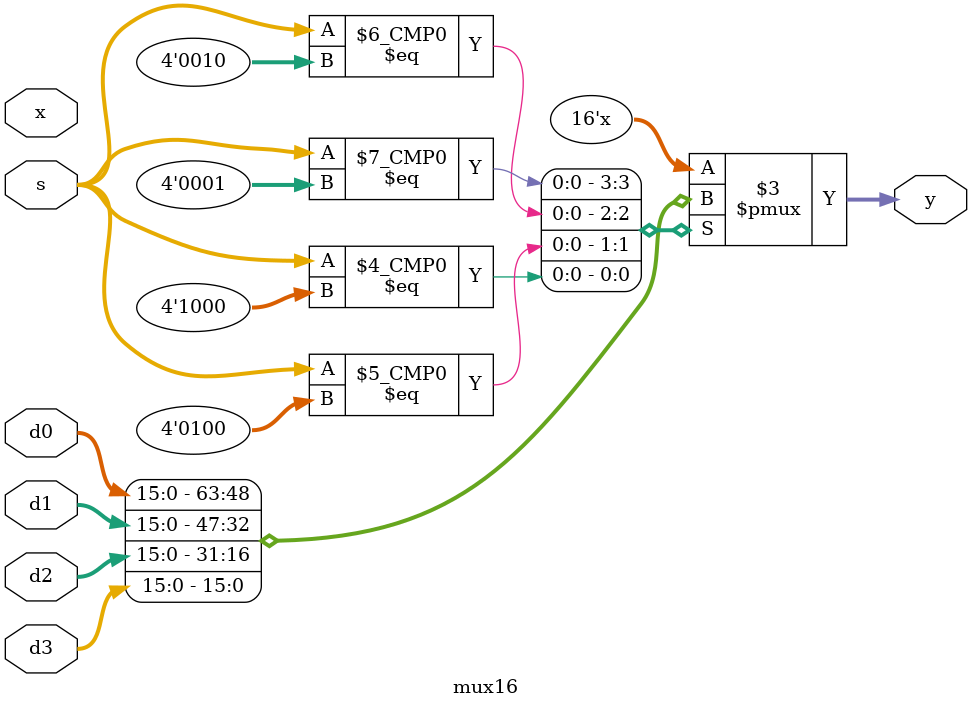
<source format=sv>
module mux16
    #(parameter width = 16)
    (input logic [width-1:0] d0, d1, d2, d3, x,
	  input logic [3:0] s,
     output logic [width-1:0] y);
	  
     always_comb
	  begin
			unique case (s)
            4'b0000: y = 16'bzzzzzzzzzzzzzzzz;
            4'b0001: y = d0;
            4'b0010: y = d1;
            4'b0100: y = d2;
            4'b1000: y = d3;
			default: y = 16'bzzzzzzzzzzzzzzzz;
        endcase
     end
endmodule

</source>
